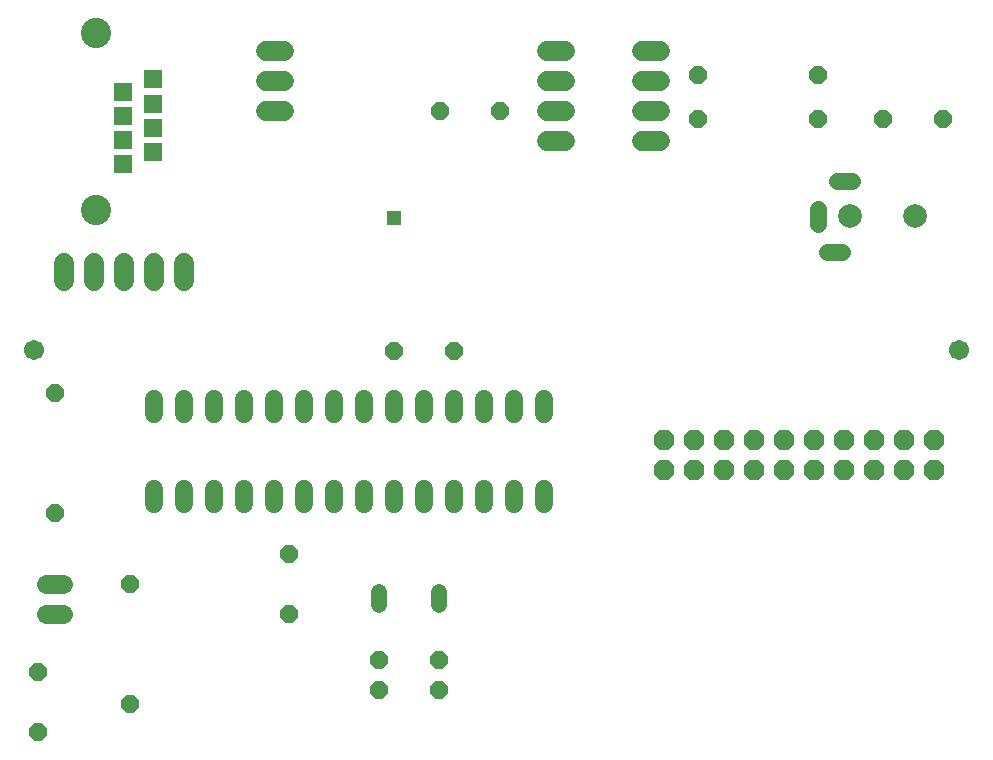
<source format=gts>
G75*
%MOIN*%
%OFA0B0*%
%FSLAX25Y25*%
%IPPOS*%
%LPD*%
%AMOC8*
5,1,8,0,0,1.08239X$1,22.5*
%
%ADD10C,0.06706*%
%ADD11OC8,0.06000*%
%ADD12C,0.06000*%
%ADD13C,0.06800*%
%ADD14C,0.06400*%
%ADD15OC8,0.06800*%
%ADD16C,0.07887*%
%ADD17C,0.05800*%
%ADD18R,0.05950X0.05950*%
%ADD19C,0.10091*%
%ADD20C,0.05200*%
%ADD21R,0.04762X0.04762*%
D10*
X0015500Y0142732D03*
X0324000Y0142732D03*
D11*
X0017000Y0015500D03*
X0017000Y0035500D03*
X0047500Y0025000D03*
X0100500Y0055000D03*
X0100500Y0075000D03*
X0130500Y0039500D03*
X0130500Y0029500D03*
X0150500Y0029500D03*
X0150500Y0039500D03*
X0047500Y0065000D03*
X0022500Y0088500D03*
X0022500Y0128500D03*
X0135500Y0142500D03*
X0155500Y0142500D03*
X0237000Y0220000D03*
X0237000Y0234500D03*
X0277000Y0234500D03*
X0277000Y0220000D03*
X0298500Y0220000D03*
X0318500Y0220000D03*
X0171000Y0222500D03*
X0151000Y0222500D03*
D12*
X0155500Y0126600D02*
X0155500Y0121400D01*
X0145500Y0121400D02*
X0145500Y0126600D01*
X0135500Y0126600D02*
X0135500Y0121400D01*
X0125500Y0121400D02*
X0125500Y0126600D01*
X0115500Y0126600D02*
X0115500Y0121400D01*
X0105500Y0121400D02*
X0105500Y0126600D01*
X0095500Y0126600D02*
X0095500Y0121400D01*
X0085500Y0121400D02*
X0085500Y0126600D01*
X0075500Y0126600D02*
X0075500Y0121400D01*
X0065500Y0121400D02*
X0065500Y0126600D01*
X0055500Y0126600D02*
X0055500Y0121400D01*
X0055500Y0096600D02*
X0055500Y0091400D01*
X0065500Y0091400D02*
X0065500Y0096600D01*
X0075500Y0096600D02*
X0075500Y0091400D01*
X0085500Y0091400D02*
X0085500Y0096600D01*
X0095500Y0096600D02*
X0095500Y0091400D01*
X0105500Y0091400D02*
X0105500Y0096600D01*
X0115500Y0096600D02*
X0115500Y0091400D01*
X0125500Y0091400D02*
X0125500Y0096600D01*
X0135500Y0096600D02*
X0135500Y0091400D01*
X0145500Y0091400D02*
X0145500Y0096600D01*
X0155500Y0096600D02*
X0155500Y0091400D01*
X0165500Y0091400D02*
X0165500Y0096600D01*
X0175500Y0096600D02*
X0175500Y0091400D01*
X0185500Y0091400D02*
X0185500Y0096600D01*
X0185500Y0121400D02*
X0185500Y0126600D01*
X0175500Y0126600D02*
X0175500Y0121400D01*
X0165500Y0121400D02*
X0165500Y0126600D01*
D13*
X0065500Y0166000D02*
X0065500Y0172000D01*
X0055500Y0172000D02*
X0055500Y0166000D01*
X0045500Y0166000D02*
X0045500Y0172000D01*
X0035500Y0172000D02*
X0035500Y0166000D01*
X0025500Y0166000D02*
X0025500Y0172000D01*
X0093000Y0222500D02*
X0099000Y0222500D01*
X0099000Y0232500D02*
X0093000Y0232500D01*
X0093000Y0242500D02*
X0099000Y0242500D01*
X0186752Y0242500D02*
X0192752Y0242500D01*
X0192752Y0232500D02*
X0186752Y0232500D01*
X0186752Y0222500D02*
X0192752Y0222500D01*
X0192752Y0212500D02*
X0186752Y0212500D01*
X0218248Y0212500D02*
X0224248Y0212500D01*
X0224248Y0222500D02*
X0218248Y0222500D01*
X0218248Y0232500D02*
X0224248Y0232500D01*
X0224248Y0242500D02*
X0218248Y0242500D01*
D14*
X0025300Y0065000D02*
X0019700Y0065000D01*
X0019700Y0055000D02*
X0025300Y0055000D01*
D15*
X0225500Y0103000D03*
X0235500Y0103000D03*
X0245500Y0103000D03*
X0255500Y0103000D03*
X0265500Y0103000D03*
X0275500Y0103000D03*
X0285500Y0103000D03*
X0295500Y0103000D03*
X0305500Y0103000D03*
X0315500Y0103000D03*
X0315500Y0113000D03*
X0305500Y0113000D03*
X0295500Y0113000D03*
X0285500Y0113000D03*
X0275500Y0113000D03*
X0265500Y0113000D03*
X0255500Y0113000D03*
X0245500Y0113000D03*
X0235500Y0113000D03*
X0225500Y0113000D03*
D16*
X0287583Y0187500D03*
X0309236Y0187500D03*
D17*
X0288114Y0199311D02*
X0283114Y0199311D01*
X0276953Y0190000D02*
X0276953Y0185000D01*
X0279965Y0175689D02*
X0284965Y0175689D01*
D18*
X0055362Y0208961D03*
X0055362Y0216992D03*
X0055362Y0225024D03*
X0055362Y0233055D03*
X0045362Y0229039D03*
X0045362Y0221008D03*
X0045362Y0212976D03*
X0045362Y0204945D03*
D19*
X0036307Y0189472D03*
X0036307Y0248528D03*
D20*
X0130500Y0062200D02*
X0130500Y0057800D01*
X0150500Y0057800D02*
X0150500Y0062200D01*
D21*
X0135500Y0187000D03*
M02*

</source>
